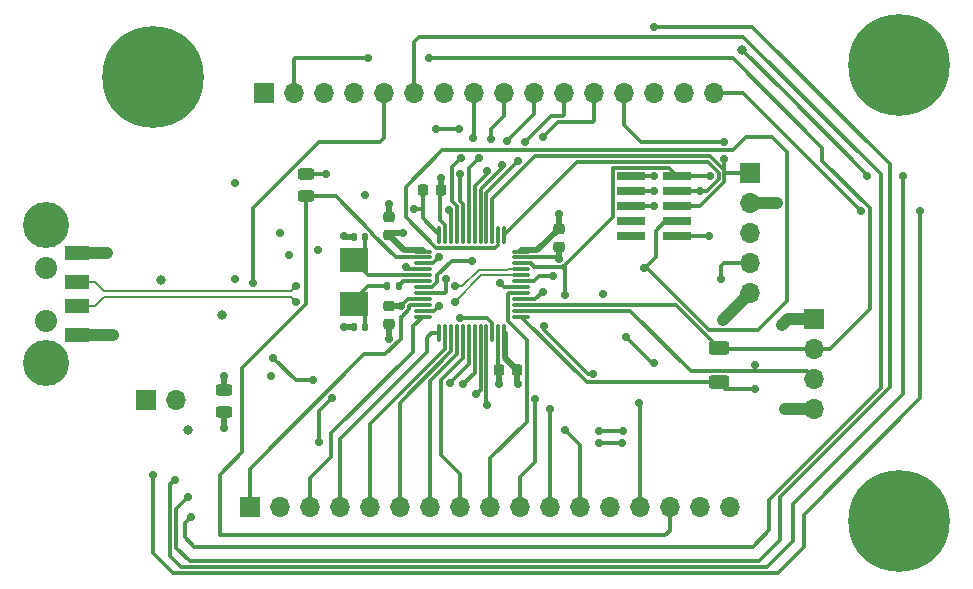
<source format=gbr>
%TF.GenerationSoftware,KiCad,Pcbnew,7.0.7-7.0.7~ubuntu22.04.1*%
%TF.CreationDate,2023-09-19T15:28:46+02:00*%
%TF.ProjectId,kicad103,6b696361-6431-4303-932e-6b696361645f,rev?*%
%TF.SameCoordinates,Original*%
%TF.FileFunction,Copper,L1,Top*%
%TF.FilePolarity,Positive*%
%FSLAX46Y46*%
G04 Gerber Fmt 4.6, Leading zero omitted, Abs format (unit mm)*
G04 Created by KiCad (PCBNEW 7.0.7-7.0.7~ubuntu22.04.1) date 2023-09-19 15:28:46*
%MOMM*%
%LPD*%
G01*
G04 APERTURE LIST*
G04 Aperture macros list*
%AMRoundRect*
0 Rectangle with rounded corners*
0 $1 Rounding radius*
0 $2 $3 $4 $5 $6 $7 $8 $9 X,Y pos of 4 corners*
0 Add a 4 corners polygon primitive as box body*
4,1,4,$2,$3,$4,$5,$6,$7,$8,$9,$2,$3,0*
0 Add four circle primitives for the rounded corners*
1,1,$1+$1,$2,$3*
1,1,$1+$1,$4,$5*
1,1,$1+$1,$6,$7*
1,1,$1+$1,$8,$9*
0 Add four rect primitives between the rounded corners*
20,1,$1+$1,$2,$3,$4,$5,0*
20,1,$1+$1,$4,$5,$6,$7,0*
20,1,$1+$1,$6,$7,$8,$9,0*
20,1,$1+$1,$8,$9,$2,$3,0*%
G04 Aperture macros list end*
%TA.AperFunction,SMDPad,CuDef*%
%ADD10RoundRect,0.225000X-0.225000X-0.250000X0.225000X-0.250000X0.225000X0.250000X-0.225000X0.250000X0*%
%TD*%
%TA.AperFunction,ComponentPad*%
%ADD11R,1.700000X1.700000*%
%TD*%
%TA.AperFunction,ComponentPad*%
%ADD12O,1.700000X1.700000*%
%TD*%
%TA.AperFunction,SMDPad,CuDef*%
%ADD13RoundRect,0.243750X-0.456250X0.243750X-0.456250X-0.243750X0.456250X-0.243750X0.456250X0.243750X0*%
%TD*%
%TA.AperFunction,SMDPad,CuDef*%
%ADD14RoundRect,0.225000X0.225000X0.250000X-0.225000X0.250000X-0.225000X-0.250000X0.225000X-0.250000X0*%
%TD*%
%TA.AperFunction,SMDPad,CuDef*%
%ADD15RoundRect,0.225000X-0.250000X0.225000X-0.250000X-0.225000X0.250000X-0.225000X0.250000X0.225000X0*%
%TD*%
%TA.AperFunction,SMDPad,CuDef*%
%ADD16R,2.400000X0.740000*%
%TD*%
%TA.AperFunction,ComponentPad*%
%ADD17C,0.900000*%
%TD*%
%TA.AperFunction,ComponentPad*%
%ADD18C,8.600000*%
%TD*%
%TA.AperFunction,SMDPad,CuDef*%
%ADD19RoundRect,0.140000X0.140000X0.170000X-0.140000X0.170000X-0.140000X-0.170000X0.140000X-0.170000X0*%
%TD*%
%TA.AperFunction,SMDPad,CuDef*%
%ADD20RoundRect,0.075000X-0.662500X-0.075000X0.662500X-0.075000X0.662500X0.075000X-0.662500X0.075000X0*%
%TD*%
%TA.AperFunction,SMDPad,CuDef*%
%ADD21RoundRect,0.075000X-0.075000X-0.662500X0.075000X-0.662500X0.075000X0.662500X-0.075000X0.662500X0*%
%TD*%
%TA.AperFunction,SMDPad,CuDef*%
%ADD22R,2.400000X2.000000*%
%TD*%
%TA.AperFunction,SMDPad,CuDef*%
%ADD23RoundRect,0.243750X0.456250X-0.243750X0.456250X0.243750X-0.456250X0.243750X-0.456250X-0.243750X0*%
%TD*%
%TA.AperFunction,SMDPad,CuDef*%
%ADD24RoundRect,0.225000X0.250000X-0.225000X0.250000X0.225000X-0.250000X0.225000X-0.250000X-0.225000X0*%
%TD*%
%TA.AperFunction,SMDPad,CuDef*%
%ADD25RoundRect,0.135000X-0.135000X-0.185000X0.135000X-0.185000X0.135000X0.185000X-0.135000X0.185000X0*%
%TD*%
%TA.AperFunction,SMDPad,CuDef*%
%ADD26RoundRect,0.250000X-0.625000X0.312500X-0.625000X-0.312500X0.625000X-0.312500X0.625000X0.312500X0*%
%TD*%
%TA.AperFunction,SMDPad,CuDef*%
%ADD27R,2.000000X1.200000*%
%TD*%
%TA.AperFunction,ComponentPad*%
%ADD28C,1.875000*%
%TD*%
%TA.AperFunction,ComponentPad*%
%ADD29C,3.894000*%
%TD*%
%TA.AperFunction,ViaPad*%
%ADD30C,0.700000*%
%TD*%
%TA.AperFunction,ViaPad*%
%ADD31C,0.800000*%
%TD*%
%TA.AperFunction,Conductor*%
%ADD32C,1.000000*%
%TD*%
%TA.AperFunction,Conductor*%
%ADD33C,0.500000*%
%TD*%
%TA.AperFunction,Conductor*%
%ADD34C,0.300000*%
%TD*%
%TA.AperFunction,Conductor*%
%ADD35C,0.200000*%
%TD*%
G04 APERTURE END LIST*
D10*
%TO.P,C6,1*%
%TO.N,+3.3V*%
X80850000Y-60200000D03*
%TO.P,C6,2*%
%TO.N,GND*%
X82400000Y-60200000D03*
%TD*%
D11*
%TO.P,J5,1,Pin_1*%
%TO.N,PB15*%
X67380000Y-52000000D03*
D12*
%TO.P,J5,2,Pin_2*%
%TO.N,PB14*%
X69920000Y-52000000D03*
%TO.P,J5,3,Pin_3*%
%TO.N,PB13*%
X72460000Y-52000000D03*
%TO.P,J5,4,Pin_4*%
%TO.N,PB12*%
X75000000Y-52000000D03*
%TO.P,J5,5,Pin_5*%
%TO.N,PB11*%
X77540000Y-52000000D03*
%TO.P,J5,6,Pin_6*%
%TO.N,PB10*%
X80080000Y-52000000D03*
%TO.P,J5,7,Pin_7*%
%TO.N,PB9*%
X82620000Y-52000000D03*
%TO.P,J5,8,Pin_8*%
%TO.N,PB8*%
X85160000Y-52000000D03*
%TO.P,J5,9,Pin_9*%
%TO.N,PB7*%
X87700000Y-52000000D03*
%TO.P,J5,10,Pin_10*%
%TO.N,PB6*%
X90240000Y-52000000D03*
%TO.P,J5,11,Pin_11*%
%TO.N,PB5*%
X92780000Y-52000000D03*
%TO.P,J5,12,Pin_12*%
%TO.N,PB4*%
X95320000Y-52000000D03*
%TO.P,J5,13,Pin_13*%
%TO.N,PB3*%
X97860000Y-52000000D03*
%TO.P,J5,14,Pin_14*%
%TO.N,PB2*%
X100400000Y-52000000D03*
%TO.P,J5,15,Pin_15*%
%TO.N,PB1*%
X102940000Y-52000000D03*
%TO.P,J5,16,Pin_16*%
%TO.N,PB0*%
X105480000Y-52000000D03*
%TD*%
D13*
%TO.P,D3,1,K*%
%TO.N,Net-(D3-K)*%
X71000000Y-58800000D03*
%TO.P,D3,2,A*%
%TO.N,PC13*%
X71000000Y-60675000D03*
%TD*%
D14*
%TO.P,C5,1*%
%TO.N,+3.3V*%
X88850000Y-75450000D03*
%TO.P,C5,2*%
%TO.N,GND*%
X87300000Y-75450000D03*
%TD*%
D11*
%TO.P,J2,1,Pin_1*%
%TO.N,Net-(D1-A)*%
X57460000Y-78000000D03*
D12*
%TO.P,J2,2,Pin_2*%
%TO.N,GND*%
X60000000Y-78000000D03*
%TD*%
D15*
%TO.P,C3,1*%
%TO.N,+3.3V*%
X92400000Y-63450000D03*
%TO.P,C3,2*%
%TO.N,GND*%
X92400000Y-65000000D03*
%TD*%
D16*
%TO.P,J3,1,Pin_1*%
%TO.N,+3.3V*%
X98500000Y-59020000D03*
%TO.P,J3,2,Pin_2*%
%TO.N,PA13*%
X102400000Y-59020000D03*
%TO.P,J3,3,Pin_3*%
%TO.N,GND*%
X98500000Y-60290000D03*
%TO.P,J3,4,Pin_4*%
%TO.N,PA14*%
X102400000Y-60290000D03*
%TO.P,J3,5,Pin_5*%
%TO.N,GND*%
X98500000Y-61560000D03*
%TO.P,J3,6,Pin_6*%
%TO.N,PB3*%
X102400000Y-61560000D03*
%TO.P,J3,7,Pin_7*%
%TO.N,unconnected-(J3-Pin_7-Pad7)*%
X98500000Y-62830000D03*
%TO.P,J3,8,Pin_8*%
%TO.N,PA15*%
X102400000Y-62830000D03*
%TO.P,J3,9,Pin_9*%
%TO.N,unconnected-(J3-Pin_9-Pad9)*%
X98500000Y-64100000D03*
%TO.P,J3,10,Pin_10*%
%TO.N,Net-(J3-Pin_10)*%
X102400000Y-64100000D03*
%TD*%
D15*
%TO.P,C4,1*%
%TO.N,+3.3V*%
X78000000Y-70000000D03*
%TO.P,C4,2*%
%TO.N,GND*%
X78000000Y-71550000D03*
%TD*%
D17*
%TO.P,H3,1,1*%
%TO.N,GND*%
X54794581Y-50600000D03*
X55739162Y-48319581D03*
X55739162Y-52880419D03*
X58019581Y-47375000D03*
D18*
X58019581Y-50600000D03*
D17*
X58019581Y-53825000D03*
X60300000Y-48319581D03*
X60300000Y-52880419D03*
X61244581Y-50600000D03*
%TD*%
D19*
%TO.P,C9,1*%
%TO.N,Net-(C9-Pad1)*%
X75960000Y-71800000D03*
%TO.P,C9,2*%
%TO.N,GND*%
X75000000Y-71800000D03*
%TD*%
D11*
%TO.P,J7,1,Pin_1*%
%TO.N,+3.3V*%
X114000000Y-71080000D03*
D12*
%TO.P,J7,2,Pin_2*%
%TO.N,PB14*%
X114000000Y-73620000D03*
%TO.P,J7,3,Pin_3*%
%TO.N,PB13*%
X114000000Y-76160000D03*
%TO.P,J7,4,Pin_4*%
%TO.N,GND*%
X114000000Y-78700000D03*
%TD*%
D20*
%TO.P,U1,1,VBAT*%
%TO.N,+3.3V*%
X80837500Y-65400000D03*
%TO.P,U1,2,PC13*%
%TO.N,PC13*%
X80837500Y-65900000D03*
%TO.P,U1,3,PC14*%
%TO.N,PC14*%
X80837500Y-66400000D03*
%TO.P,U1,4,PC15*%
%TO.N,PC15*%
X80837500Y-66900000D03*
%TO.P,U1,5,PD0*%
%TO.N,Net-(U1-PD0)*%
X80837500Y-67400000D03*
%TO.P,U1,6,PD1*%
%TO.N,Net-(U1-PD1)*%
X80837500Y-67900000D03*
%TO.P,U1,7,NRST*%
%TO.N,Net-(J3-Pin_10)*%
X80837500Y-68400000D03*
%TO.P,U1,8,VSSA*%
%TO.N,GND*%
X80837500Y-68900000D03*
%TO.P,U1,9,VDDA*%
%TO.N,+3.3V*%
X80837500Y-69400000D03*
%TO.P,U1,10,PA0*%
%TO.N,PA0*%
X80837500Y-69900000D03*
%TO.P,U1,11,PA1*%
%TO.N,PA1*%
X80837500Y-70400000D03*
%TO.P,U1,12,PA2*%
%TO.N,PA2*%
X80837500Y-70900000D03*
D21*
%TO.P,U1,13,PA3*%
%TO.N,PA3*%
X82250000Y-72312500D03*
%TO.P,U1,14,PA4*%
%TO.N,PA4*%
X82750000Y-72312500D03*
%TO.P,U1,15,PA5*%
%TO.N,PA5*%
X83250000Y-72312500D03*
%TO.P,U1,16,PA6*%
%TO.N,PA6*%
X83750000Y-72312500D03*
%TO.P,U1,17,PA7*%
%TO.N,PA7*%
X84250000Y-72312500D03*
%TO.P,U1,18,PB0*%
%TO.N,PB0*%
X84750000Y-72312500D03*
%TO.P,U1,19,PB1*%
%TO.N,PB1*%
X85250000Y-72312500D03*
%TO.P,U1,20,PB2*%
%TO.N,PB2*%
X85750000Y-72312500D03*
%TO.P,U1,21,PB10*%
%TO.N,PB10*%
X86250000Y-72312500D03*
%TO.P,U1,22,PB11*%
%TO.N,PB11*%
X86750000Y-72312500D03*
%TO.P,U1,23,VSS*%
%TO.N,GND*%
X87250000Y-72312500D03*
%TO.P,U1,24,VDD*%
%TO.N,+3.3V*%
X87750000Y-72312500D03*
D20*
%TO.P,U1,25,PB12*%
%TO.N,PB12*%
X89162500Y-70900000D03*
%TO.P,U1,26,PB13*%
%TO.N,PB13*%
X89162500Y-70400000D03*
%TO.P,U1,27,PB14*%
%TO.N,PB14*%
X89162500Y-69900000D03*
%TO.P,U1,28,PB15*%
%TO.N,PB15*%
X89162500Y-69400000D03*
%TO.P,U1,29,PA8*%
%TO.N,PA8*%
X89162500Y-68900000D03*
%TO.P,U1,30,PA9*%
%TO.N,PA9*%
X89162500Y-68400000D03*
%TO.P,U1,31,PA10*%
%TO.N,PA10*%
X89162500Y-67900000D03*
%TO.P,U1,32,PA11*%
%TO.N,/USB_D-*%
X89162500Y-67400000D03*
%TO.P,U1,33,PA12*%
%TO.N,/USB_D+*%
X89162500Y-66900000D03*
%TO.P,U1,34,PA13*%
%TO.N,PA13*%
X89162500Y-66400000D03*
%TO.P,U1,35,VSS*%
%TO.N,GND*%
X89162500Y-65900000D03*
%TO.P,U1,36,VDD*%
%TO.N,+3.3V*%
X89162500Y-65400000D03*
D21*
%TO.P,U1,37,PA14*%
%TO.N,PA14*%
X87750000Y-63987500D03*
%TO.P,U1,38,PA15*%
%TO.N,PA15*%
X87250000Y-63987500D03*
%TO.P,U1,39,PB3*%
%TO.N,PB3*%
X86750000Y-63987500D03*
%TO.P,U1,40,PB4*%
%TO.N,PB4*%
X86250000Y-63987500D03*
%TO.P,U1,41,PB5*%
%TO.N,PB5*%
X85750000Y-63987500D03*
%TO.P,U1,42,PB6*%
%TO.N,PB6*%
X85250000Y-63987500D03*
%TO.P,U1,43,PB7*%
%TO.N,PB7*%
X84750000Y-63987500D03*
%TO.P,U1,44,BOOT0*%
%TO.N,Net-(U1-BOOT0)*%
X84250000Y-63987500D03*
%TO.P,U1,45,PB8*%
%TO.N,PB8*%
X83750000Y-63987500D03*
%TO.P,U1,46,PB9*%
%TO.N,PB9*%
X83250000Y-63987500D03*
%TO.P,U1,47,VSS*%
%TO.N,GND*%
X82750000Y-63987500D03*
%TO.P,U1,48,VDD*%
%TO.N,+3.3V*%
X82250000Y-63987500D03*
%TD*%
D22*
%TO.P,Y1,1,1*%
%TO.N,Net-(C9-Pad1)*%
X75000000Y-69850000D03*
%TO.P,Y1,2,2*%
%TO.N,Net-(U1-PD0)*%
X75000000Y-66150000D03*
%TD*%
D17*
%TO.P,H2,1,1*%
%TO.N,GND*%
X117994581Y-88180419D03*
X118939162Y-85900000D03*
X118939162Y-90460838D03*
X121219581Y-84955419D03*
D18*
X121219581Y-88180419D03*
D17*
X121219581Y-91405419D03*
X123500000Y-85900000D03*
X123500000Y-90460838D03*
X124444581Y-88180419D03*
%TD*%
D11*
%TO.P,J8,1,Pin_1*%
%TO.N,PB3*%
X108600000Y-58720000D03*
D12*
%TO.P,J8,2,Pin_2*%
%TO.N,+3.3V*%
X108600000Y-61260000D03*
%TO.P,J8,3,Pin_3*%
%TO.N,PA13*%
X108600000Y-63800000D03*
%TO.P,J8,4,Pin_4*%
%TO.N,PA14*%
X108600000Y-66340000D03*
%TO.P,J8,5,Pin_5*%
%TO.N,GND*%
X108600000Y-68880000D03*
%TD*%
D23*
%TO.P,D2,1,K*%
%TO.N,Net-(D2-K)*%
X64000000Y-79000000D03*
%TO.P,D2,2,A*%
%TO.N,+3.3V*%
X64000000Y-77125000D03*
%TD*%
D19*
%TO.P,C8,1*%
%TO.N,Net-(U1-PD0)*%
X75960000Y-64150000D03*
%TO.P,C8,2*%
%TO.N,GND*%
X75000000Y-64150000D03*
%TD*%
D11*
%TO.P,J9,1,Pin_1*%
%TO.N,PA0*%
X66220000Y-87000000D03*
D12*
%TO.P,J9,2,Pin_2*%
%TO.N,PA1*%
X68760000Y-87000000D03*
%TO.P,J9,3,Pin_3*%
%TO.N,PA2*%
X71300000Y-87000000D03*
%TO.P,J9,4,Pin_4*%
%TO.N,PA3*%
X73840000Y-87000000D03*
%TO.P,J9,5,Pin_5*%
%TO.N,PA4*%
X76380000Y-87000000D03*
%TO.P,J9,6,Pin_6*%
%TO.N,PA5*%
X78920000Y-87000000D03*
%TO.P,J9,7,Pin_7*%
%TO.N,PA6*%
X81460000Y-87000000D03*
%TO.P,J9,8,Pin_8*%
%TO.N,PA7*%
X84000000Y-87000000D03*
%TO.P,J9,9,Pin_9*%
%TO.N,PA8*%
X86540000Y-87000000D03*
%TO.P,J9,10,Pin_10*%
%TO.N,PA9*%
X89080000Y-87000000D03*
%TO.P,J9,11,Pin_11*%
%TO.N,PA10*%
X91620000Y-87000000D03*
%TO.P,J9,12,Pin_12*%
%TO.N,PA13*%
X94160000Y-87000000D03*
%TO.P,J9,13,Pin_13*%
%TO.N,PA14*%
X96700000Y-87000000D03*
%TO.P,J9,14,Pin_14*%
%TO.N,PA15*%
X99240000Y-87000000D03*
%TO.P,J9,15,Pin_15*%
%TO.N,PC13*%
X101780000Y-87000000D03*
%TO.P,J9,16,Pin_16*%
%TO.N,PC14*%
X104320000Y-87000000D03*
%TO.P,J9,17,Pin_17*%
%TO.N,PC15*%
X106860000Y-87000000D03*
%TD*%
D24*
%TO.P,C7,1*%
%TO.N,+3.3V*%
X78000000Y-64000000D03*
%TO.P,C7,2*%
%TO.N,GND*%
X78000000Y-62450000D03*
%TD*%
D25*
%TO.P,R3,1*%
%TO.N,Net-(C9-Pad1)*%
X77800000Y-68300000D03*
%TO.P,R3,2*%
%TO.N,Net-(U1-PD1)*%
X78820000Y-68300000D03*
%TD*%
D26*
%TO.P,R6,1*%
%TO.N,PB14*%
X105900000Y-73537500D03*
%TO.P,R6,2*%
%TO.N,PB12*%
X105900000Y-76462500D03*
%TD*%
D27*
%TO.P,J1,1,1*%
%TO.N,Net-(D1-A)*%
X51575000Y-72500000D03*
%TO.P,J1,2,2*%
%TO.N,/USB_D-*%
X51575000Y-70000000D03*
%TO.P,J1,3,3*%
%TO.N,/USB_D+*%
X51575000Y-68000000D03*
%TO.P,J1,4,4*%
%TO.N,GND*%
X51575000Y-65500000D03*
D28*
%TO.P,J1,5,5*%
%TO.N,unconnected-(J1-Pad5)*%
X48975000Y-66750000D03*
%TO.P,J1,6,6*%
%TO.N,unconnected-(J1-Pad6)*%
X48975000Y-71250000D03*
D29*
%TO.P,J1,7,7*%
%TO.N,unconnected-(J1-Pad7)*%
X48975000Y-63150000D03*
%TO.P,J1,8,8*%
%TO.N,unconnected-(J1-Pad8)*%
X48975000Y-74850000D03*
%TD*%
D17*
%TO.P,H1,1,1*%
%TO.N,GND*%
X117975000Y-49600000D03*
X118919581Y-47319581D03*
X118919581Y-51880419D03*
X121200000Y-46375000D03*
D18*
X121200000Y-49600000D03*
D17*
X121200000Y-52825000D03*
X123480419Y-47319581D03*
X123480419Y-51880419D03*
X124425000Y-49600000D03*
%TD*%
D30*
%TO.N,+3.3V*%
X92400000Y-62200000D03*
X88900000Y-76600000D03*
X110900000Y-61300000D03*
X65000000Y-67700000D03*
X79000000Y-70000000D03*
X65000000Y-59600000D03*
X100400000Y-59000000D03*
X72000000Y-65300000D03*
X64000000Y-75900000D03*
X79200000Y-63800000D03*
X68800000Y-63800000D03*
X111300000Y-71600000D03*
X80100000Y-61800000D03*
%TO.N,/USB_D-*%
X70157513Y-69650000D03*
X83549513Y-69650000D03*
%TO.N,GND*%
X111500000Y-78700000D03*
X87300000Y-76600000D03*
X82400000Y-59200000D03*
X78000000Y-61400000D03*
X74200000Y-64100000D03*
X82800000Y-67700000D03*
X106300000Y-71200000D03*
X100400000Y-60300000D03*
X78000000Y-72800000D03*
D31*
X63900000Y-70800000D03*
D30*
X74200000Y-71800000D03*
X69500000Y-65700000D03*
X100400000Y-61500000D03*
X92400000Y-66000000D03*
X76000000Y-60600000D03*
D31*
X61000000Y-80500000D03*
X54100000Y-65500000D03*
D30*
X96100000Y-69000000D03*
D31*
X58700000Y-67800000D03*
D30*
X68000000Y-75900000D03*
%TO.N,/USB_D+*%
X70157513Y-68350000D03*
X83549513Y-68350000D03*
%TO.N,PA13*%
X92900000Y-80500000D03*
X105200000Y-59000000D03*
X92900000Y-69100000D03*
%TO.N,PA14*%
X104300000Y-60300000D03*
X106100000Y-67700000D03*
%TO.N,PB3*%
X106400000Y-56100500D03*
X106400000Y-57600000D03*
%TO.N,PA15*%
X100400000Y-74800000D03*
X99600000Y-66800000D03*
X99200000Y-78200000D03*
X98100000Y-72600000D03*
%TO.N,PC14*%
X97700000Y-81600000D03*
X95800000Y-81600000D03*
X82236654Y-65900000D03*
%TO.N,PC15*%
X79398360Y-66700000D03*
%TO.N,PB15*%
X97800000Y-80600000D03*
X95300000Y-75763000D03*
X91100000Y-71700000D03*
X95800000Y-80600000D03*
X91000000Y-68800000D03*
%TO.N,PB14*%
X76200000Y-49000000D03*
X81400000Y-49000000D03*
%TO.N,PB13*%
X82000000Y-55000000D03*
X109000000Y-75000000D03*
X83900000Y-55000000D03*
%TO.N,PB12*%
X109000000Y-77000000D03*
%TO.N,PB11*%
X84000000Y-71000000D03*
X68200000Y-74400000D03*
X72100000Y-81500000D03*
X71600000Y-76300000D03*
X66500000Y-68100000D03*
X73200000Y-77800000D03*
%TO.N,PB10*%
X61200000Y-87900000D03*
X86300000Y-78400000D03*
%TO.N,PB9*%
X83050500Y-61896691D03*
%TO.N,PB8*%
X85100000Y-55800000D03*
X84125535Y-57499500D03*
%TO.N,PB7*%
X86600000Y-55900000D03*
X85600000Y-57499500D03*
%TO.N,PB6*%
X86305378Y-58605378D03*
X88000000Y-56000000D03*
%TO.N,PB5*%
X89500000Y-56100000D03*
X87600000Y-58100000D03*
%TO.N,PB4*%
X91000000Y-55700000D03*
X88955378Y-57755378D03*
%TO.N,PB2*%
X85400000Y-77500000D03*
X100400000Y-46349500D03*
X61000000Y-86200000D03*
%TO.N,PB1*%
X59900000Y-84700000D03*
D31*
X107900000Y-48300000D03*
D30*
X84300000Y-76600000D03*
X118500000Y-59000000D03*
X121500000Y-59000000D03*
%TO.N,PB0*%
X118000000Y-62000000D03*
X123000000Y-62000000D03*
X83194622Y-76494622D03*
X58000000Y-84300000D03*
%TO.N,PA1*%
X82200000Y-70000000D03*
%TO.N,PA9*%
X87400000Y-68024500D03*
X90400000Y-77900000D03*
%TO.N,Net-(D3-K)*%
X72700000Y-58800000D03*
%TO.N,PA10*%
X91600000Y-78700000D03*
X91900000Y-67500000D03*
%TO.N,Net-(J3-Pin_10)*%
X105100000Y-64100000D03*
X85000000Y-66200000D03*
%TO.N,Net-(U1-BOOT0)*%
X84050500Y-58844396D03*
D31*
%TO.N,Net-(D1-A)*%
X54600000Y-72500000D03*
D30*
%TO.N,Net-(D2-K)*%
X64000000Y-80300000D03*
%TD*%
D32*
%TO.N,+3.3V*%
X108600000Y-61260000D02*
X110860000Y-61260000D01*
D33*
X78200000Y-63800000D02*
X79200000Y-63800000D01*
X92400000Y-63450000D02*
X92400000Y-62200000D01*
D32*
X114000000Y-71080000D02*
X111820000Y-71080000D01*
D33*
X90550000Y-65300000D02*
X89162500Y-65300000D01*
X87850000Y-74450000D02*
X87850000Y-72312500D01*
D34*
X82250000Y-63987500D02*
X82250000Y-63850000D01*
X80850000Y-60200000D02*
X80850000Y-61800000D01*
D33*
X78000000Y-64000000D02*
X79300000Y-65300000D01*
D34*
X80800000Y-60250000D02*
X80850000Y-60200000D01*
X80850000Y-61800000D02*
X80850000Y-62587500D01*
X80850000Y-62587500D02*
X82250000Y-63987500D01*
D33*
X88850000Y-76550000D02*
X88900000Y-76600000D01*
D34*
X80850000Y-61800000D02*
X80100000Y-61800000D01*
X80837500Y-69400000D02*
X79600000Y-69400000D01*
D33*
X78000000Y-64000000D02*
X78200000Y-63800000D01*
X88850000Y-75450000D02*
X87850000Y-74450000D01*
X79300000Y-65300000D02*
X80837500Y-65300000D01*
D32*
X111820000Y-71080000D02*
X111300000Y-71600000D01*
D33*
X64000000Y-77125000D02*
X64000000Y-75900000D01*
X92400000Y-63450000D02*
X90550000Y-65300000D01*
D34*
X98500000Y-59020000D02*
X100380000Y-59020000D01*
D33*
X78000000Y-70000000D02*
X79000000Y-70000000D01*
X88850000Y-75450000D02*
X88850000Y-76550000D01*
D34*
X79600000Y-69400000D02*
X79000000Y-70000000D01*
X100380000Y-59020000D02*
X100400000Y-59000000D01*
D35*
%TO.N,/USB_D-*%
X85824513Y-67375000D02*
X88031249Y-67375000D01*
X83549513Y-69650000D02*
X85824513Y-67375000D01*
X88031249Y-67375000D02*
X88056249Y-67400000D01*
X88056249Y-67400000D02*
X89162500Y-67400000D01*
X53075001Y-70000000D02*
X53850001Y-69225000D01*
X53850001Y-69225000D02*
X69732514Y-69225001D01*
X69732514Y-69225001D02*
X70157513Y-69650000D01*
X51575000Y-70000000D02*
X53075001Y-70000000D01*
D32*
%TO.N,GND*%
X108600000Y-68900000D02*
X106300000Y-71200000D01*
D33*
X75000000Y-71800000D02*
X74200000Y-71800000D01*
D34*
X82350500Y-60249500D02*
X82400000Y-60200000D01*
D32*
X114000000Y-78700000D02*
X111500000Y-78700000D01*
D34*
X98500000Y-61560000D02*
X100340000Y-61560000D01*
X82750000Y-63987500D02*
X82750000Y-63148959D01*
X100280000Y-60290000D02*
X100400000Y-60300000D01*
X87250000Y-72312500D02*
X87250000Y-75400000D01*
X82700000Y-68900000D02*
X82800000Y-68800000D01*
X82750000Y-63148959D02*
X82350500Y-62749459D01*
X100400000Y-60300000D02*
X98510000Y-60300000D01*
X82350500Y-62749459D02*
X82350500Y-60249500D01*
X100340000Y-61560000D02*
X100400000Y-61500000D01*
X92300000Y-65900000D02*
X92400000Y-66000000D01*
D33*
X92400000Y-65000000D02*
X92400000Y-66000000D01*
D34*
X100300000Y-60290000D02*
X100290000Y-60290000D01*
D32*
X51575000Y-65500000D02*
X54100000Y-65500000D01*
D33*
X78000000Y-62450000D02*
X78000000Y-61400000D01*
X74250000Y-64150000D02*
X74200000Y-64100000D01*
D32*
X108600000Y-68880000D02*
X108600000Y-68900000D01*
D34*
X80837500Y-68900000D02*
X82700000Y-68900000D01*
D33*
X87300000Y-75450000D02*
X87300000Y-76600000D01*
X78000000Y-71550000D02*
X78000000Y-72800000D01*
X75000000Y-64150000D02*
X74250000Y-64150000D01*
D34*
X89162500Y-65900000D02*
X92300000Y-65900000D01*
X100400000Y-60300000D02*
X100300000Y-60290000D01*
D33*
X82400000Y-60200000D02*
X82400000Y-59200000D01*
D34*
X82800000Y-68800000D02*
X82800000Y-67700000D01*
X98510000Y-60300000D02*
X98500000Y-60290000D01*
X87250000Y-75400000D02*
X87300000Y-75450000D01*
D35*
%TO.N,/USB_D+*%
X83549513Y-68350000D02*
X84213116Y-68350000D01*
X88031249Y-66925000D02*
X88056249Y-66900000D01*
X53075001Y-68000000D02*
X53850001Y-68775000D01*
X69732514Y-68774999D02*
X70157513Y-68350000D01*
X51575000Y-68000000D02*
X53075001Y-68000000D01*
X84213116Y-68350000D02*
X85638116Y-66925000D01*
X85638116Y-66925000D02*
X88031249Y-66925000D01*
X88056249Y-66900000D02*
X89162500Y-66900000D01*
X53850001Y-68775000D02*
X69732514Y-68774999D01*
D34*
%TO.N,PC13*%
X101780000Y-87000000D02*
X101780000Y-89020000D01*
X63700000Y-84274999D02*
X65574999Y-82400000D01*
X63700000Y-89400000D02*
X63700000Y-84274999D01*
X65574999Y-75222464D02*
X71000000Y-69797463D01*
X73487965Y-60675000D02*
X76600000Y-63787035D01*
X76600000Y-63888173D02*
X78611827Y-65900000D01*
X71000000Y-69797463D02*
X71000000Y-60675000D01*
X76600000Y-63787035D02*
X76600000Y-63888173D01*
X78611827Y-65900000D02*
X80837500Y-65900000D01*
X71000000Y-60675000D02*
X73487965Y-60675000D01*
X65574999Y-82400000D02*
X65574999Y-75222464D01*
X101400000Y-89400000D02*
X63700000Y-89400000D01*
X101780000Y-89020000D02*
X101400000Y-89400000D01*
%TO.N,PA13*%
X90301041Y-66700000D02*
X90001041Y-66400000D01*
X102400000Y-59020000D02*
X105180000Y-59020000D01*
X102400000Y-59020000D02*
X101680000Y-58300000D01*
X94160000Y-87000000D02*
X94160000Y-81760000D01*
X101680000Y-58300000D02*
X96950000Y-58300000D01*
X94160000Y-81760000D02*
X92900000Y-80500000D01*
X92689950Y-66700000D02*
X90301041Y-66700000D01*
X92894975Y-66494975D02*
X92689950Y-66700000D01*
X96950000Y-62439950D02*
X92894975Y-66494975D01*
X96950000Y-58300000D02*
X96950000Y-62439950D01*
X92900000Y-66910050D02*
X92894975Y-66905025D01*
X90001041Y-66400000D02*
X89162500Y-66400000D01*
X92900000Y-66910050D02*
X92689950Y-66700000D01*
X105180000Y-59020000D02*
X105200000Y-59000000D01*
X92900000Y-69100000D02*
X92900000Y-66910050D01*
X92894975Y-66905025D02*
X92894975Y-66494975D01*
%TO.N,Net-(U1-PD0)*%
X76250000Y-67400000D02*
X75000000Y-66150000D01*
X75960000Y-65190000D02*
X75000000Y-66150000D01*
X75960000Y-64150000D02*
X75960000Y-65190000D01*
X80837500Y-67400000D02*
X76250000Y-67400000D01*
%TO.N,Net-(C9-Pad1)*%
X76200000Y-68300000D02*
X77800000Y-68300000D01*
X75960000Y-71800000D02*
X75960000Y-70810000D01*
X75000000Y-69850000D02*
X75000000Y-69500000D01*
X75960000Y-70810000D02*
X75000000Y-69850000D01*
X75000000Y-69500000D02*
X76200000Y-68300000D01*
%TO.N,PA14*%
X93937500Y-57800000D02*
X87750000Y-63987500D01*
X104899950Y-60290000D02*
X105900000Y-59289950D01*
X105900000Y-58710050D02*
X104989950Y-57800000D01*
X102400000Y-60290000D02*
X104290000Y-60290000D01*
X104290000Y-60290000D02*
X104300000Y-60300000D01*
X108600000Y-66340000D02*
X106360000Y-66340000D01*
X105900000Y-59289950D02*
X105900000Y-58710050D01*
X106100000Y-66600000D02*
X106100000Y-67700000D01*
X104989950Y-57800000D02*
X93937500Y-57800000D01*
X106360000Y-66340000D02*
X106100000Y-66600000D01*
X102400000Y-60290000D02*
X104899950Y-60290000D01*
%TO.N,PB3*%
X104337056Y-61560000D02*
X102400000Y-61560000D01*
X97860000Y-54660000D02*
X97860000Y-52000000D01*
X106400000Y-58700000D02*
X106400000Y-57600000D01*
X106400000Y-58700000D02*
X106400000Y-59497056D01*
X105197056Y-57300000D02*
X106400000Y-58502944D01*
X106400000Y-56100500D02*
X99300500Y-56100500D01*
X99300500Y-56100500D02*
X97860000Y-54660000D01*
X108600000Y-58720000D02*
X106420000Y-58720000D01*
X90400000Y-57300000D02*
X105197056Y-57300000D01*
X106400000Y-58502944D02*
X106400000Y-58700000D01*
X86750000Y-60950000D02*
X90400000Y-57300000D01*
X106420000Y-58720000D02*
X106400000Y-58700000D01*
X86750000Y-63987500D02*
X86750000Y-60950000D01*
X106400000Y-59497056D02*
X104337056Y-61560000D01*
%TO.N,PA15*%
X102400000Y-62830000D02*
X101400000Y-62830000D01*
X99240000Y-78240000D02*
X99200000Y-78200000D01*
X107100000Y-56800000D02*
X82500000Y-56800000D01*
X105134803Y-72065197D02*
X109234803Y-72065197D01*
X99700000Y-66800000D02*
X99600000Y-66800000D01*
X108200000Y-55700000D02*
X107100000Y-56800000D01*
X101400000Y-62830000D02*
X100600000Y-63630000D01*
X100300000Y-74800000D02*
X100400000Y-74800000D01*
X98100000Y-72600000D02*
X100300000Y-74800000D01*
X109234803Y-72065197D02*
X111710000Y-69590000D01*
X111710000Y-69590000D02*
X111710000Y-57010000D01*
X111710000Y-57010000D02*
X110400000Y-55700000D01*
X79400000Y-62476041D02*
X81998959Y-65075000D01*
X87001041Y-65075000D02*
X87250000Y-64826041D01*
X110400000Y-55700000D02*
X108200000Y-55700000D01*
X99600000Y-66800000D02*
X99869606Y-66800000D01*
X81998959Y-65075000D02*
X87001041Y-65075000D01*
X100600000Y-63630000D02*
X100600000Y-65900000D01*
X99869606Y-66800000D02*
X105134803Y-72065197D01*
X79400000Y-59900000D02*
X79400000Y-62476041D01*
X100600000Y-65900000D02*
X99700000Y-66800000D01*
X82500000Y-56800000D02*
X79400000Y-59900000D01*
X99240000Y-87000000D02*
X99240000Y-78240000D01*
%TO.N,PC14*%
X82236654Y-65839387D02*
X82236654Y-65774103D01*
X81736654Y-66400000D02*
X82236654Y-65900000D01*
X80837500Y-66400000D02*
X81736654Y-66400000D01*
X95800000Y-81600000D02*
X97700000Y-81600000D01*
%TO.N,PC15*%
X80837500Y-66900000D02*
X79598360Y-66900000D01*
X79598360Y-66900000D02*
X79398360Y-66700000D01*
%TO.N,PB15*%
X91100000Y-71700000D02*
X91100000Y-72000000D01*
X94863000Y-75763000D02*
X95300000Y-75763000D01*
X89162500Y-69400000D02*
X90400000Y-69400000D01*
X90400000Y-69400000D02*
X91000000Y-68800000D01*
X91100000Y-72000000D02*
X94863000Y-75763000D01*
X95800000Y-80600000D02*
X97800000Y-80600000D01*
%TO.N,PB14*%
X118700000Y-70300000D02*
X118700000Y-61700000D01*
X102262500Y-69900000D02*
X105900000Y-73537500D01*
X114000000Y-73620000D02*
X105982500Y-73620000D01*
X70000000Y-49000000D02*
X76200000Y-49000000D01*
X69920000Y-49080000D02*
X69920000Y-52000000D01*
X70000000Y-49000000D02*
X69920000Y-49080000D01*
X114700000Y-56600000D02*
X107100000Y-49000000D01*
X105982500Y-73620000D02*
X105900000Y-73537500D01*
X115380000Y-73620000D02*
X118700000Y-70300000D01*
X107100000Y-49000000D02*
X81400000Y-49000000D01*
X114000000Y-73620000D02*
X115380000Y-73620000D01*
X118700000Y-61700000D02*
X114700000Y-57700000D01*
X114700000Y-57700000D02*
X114700000Y-56600000D01*
D33*
X106002500Y-73640000D02*
X105900000Y-73537500D01*
D34*
X89162500Y-69900000D02*
X102262500Y-69900000D01*
%TO.N,PB13*%
X109000000Y-75550000D02*
X103550000Y-75550000D01*
X113390000Y-75550000D02*
X109000000Y-75550000D01*
X109000000Y-75550000D02*
X109000000Y-75000000D01*
X82000000Y-55000000D02*
X83900000Y-55000000D01*
X98400000Y-70400000D02*
X103550000Y-75550000D01*
X114000000Y-76160000D02*
X113390000Y-75550000D01*
X89162500Y-70400000D02*
X98400000Y-70400000D01*
%TO.N,PB12*%
X106437500Y-77000000D02*
X109000000Y-77000000D01*
X89162500Y-70900000D02*
X94725000Y-76462500D01*
X94725000Y-76462500D02*
X105900000Y-76462500D01*
X105900000Y-76462500D02*
X106437500Y-77000000D01*
%TO.N,PB11*%
X66500000Y-61700000D02*
X72100000Y-56100000D01*
X77200000Y-56100000D02*
X72100000Y-56100000D01*
X66500000Y-68100000D02*
X66500000Y-61700000D01*
X71600000Y-76300000D02*
X70100000Y-76300000D01*
X77540000Y-55760000D02*
X77200000Y-56100000D01*
X77540000Y-52000000D02*
X77540000Y-55760000D01*
X86276041Y-71000000D02*
X84000000Y-71000000D01*
X70100000Y-76300000D02*
X68200000Y-74400000D01*
X86750000Y-71473959D02*
X86276041Y-71000000D01*
X72100000Y-81500000D02*
X72100000Y-78900000D01*
X86750000Y-72312500D02*
X86750000Y-71473959D01*
X72100000Y-78900000D02*
X73200000Y-77800000D01*
%TO.N,PB10*%
X80500000Y-47200000D02*
X80080000Y-47620000D01*
X108000000Y-47200000D02*
X80500000Y-47200000D01*
X110200000Y-89000000D02*
X110200000Y-86392894D01*
X110200000Y-86392894D02*
X119650000Y-76942894D01*
X119650000Y-76942894D02*
X119650000Y-58850000D01*
X61500000Y-90400000D02*
X108800000Y-90400000D01*
X108800000Y-90400000D02*
X110200000Y-89000000D01*
X80080000Y-47620000D02*
X80080000Y-52000000D01*
X60700000Y-88400000D02*
X60700000Y-89600000D01*
X119650000Y-58850000D02*
X108000000Y-47200000D01*
X61200000Y-87900000D02*
X60700000Y-88400000D01*
X86250000Y-78350000D02*
X86250000Y-72312500D01*
X60700000Y-89600000D02*
X61500000Y-90400000D01*
X86300000Y-78400000D02*
X86250000Y-78350000D01*
%TO.N,PB9*%
X83250000Y-63987500D02*
X83250000Y-62096191D01*
X83250000Y-62096191D02*
X83050500Y-61896691D01*
%TO.N,PB8*%
X83750000Y-61557107D02*
X83350500Y-61157607D01*
X83350500Y-58274535D02*
X84125535Y-57499500D01*
X85100000Y-55800000D02*
X85160000Y-55740000D01*
X85160000Y-55740000D02*
X85160000Y-52000000D01*
X83750000Y-63987500D02*
X83750000Y-61557107D01*
X83350500Y-61157607D02*
X83350500Y-58274535D01*
%TO.N,PB7*%
X84750000Y-63987500D02*
X84750000Y-58349500D01*
X86600000Y-55000000D02*
X87700000Y-53900000D01*
X84750000Y-58349500D02*
X85600000Y-57499500D01*
X86600000Y-55900000D02*
X86600000Y-55000000D01*
X87700000Y-53900000D02*
X87700000Y-52000000D01*
%TO.N,PB6*%
X90240000Y-53760000D02*
X90240000Y-52000000D01*
X86305378Y-58794622D02*
X86305378Y-58605378D01*
X85250000Y-59850000D02*
X85600000Y-59500000D01*
X88000000Y-56000000D02*
X90240000Y-53760000D01*
X85250000Y-63987500D02*
X85250000Y-59850000D01*
X85600000Y-59500000D02*
X86305378Y-58794622D01*
%TO.N,PB5*%
X85750000Y-63987500D02*
X85750000Y-60150000D01*
X92700000Y-53900000D02*
X92780000Y-53820000D01*
X87600000Y-58300000D02*
X87600000Y-58100000D01*
X89500000Y-56100000D02*
X91700000Y-53900000D01*
X92780000Y-53820000D02*
X92780000Y-52000000D01*
X85900000Y-60000000D02*
X87600000Y-58300000D01*
X91700000Y-53900000D02*
X92700000Y-53900000D01*
X85750000Y-60150000D02*
X85900000Y-60000000D01*
%TO.N,PB4*%
X91000000Y-55700000D02*
X92300000Y-54400000D01*
X95320000Y-54380000D02*
X95320000Y-52000000D01*
X95300000Y-54400000D02*
X95320000Y-54380000D01*
X92300000Y-54400000D02*
X95300000Y-54400000D01*
X86250000Y-60460756D02*
X88955378Y-57755378D01*
X86250000Y-63987500D02*
X86250000Y-60460756D01*
%TO.N,PB2*%
X120400000Y-58000000D02*
X108749500Y-46349500D01*
X60000000Y-87200000D02*
X60000000Y-90500000D01*
X111100000Y-86200000D02*
X120400000Y-76900000D01*
X111100000Y-89830419D02*
X111100000Y-86200000D01*
X60000000Y-90500000D02*
X61130419Y-91630419D01*
X120400000Y-76900000D02*
X120400000Y-58000000D01*
X85400000Y-77500000D02*
X85750000Y-77150000D01*
X61000000Y-86200000D02*
X60000000Y-87200000D01*
X85750000Y-72312500D02*
X85750000Y-77150000D01*
X109300000Y-91630419D02*
X111100000Y-89830419D01*
X108749500Y-46349500D02*
X100400000Y-46349500D01*
X61130419Y-91630419D02*
X109300000Y-91630419D01*
%TO.N,PB1*%
X112200000Y-86800000D02*
X121500000Y-77500000D01*
X107900000Y-48300000D02*
X111500000Y-51900000D01*
X59500000Y-91200000D02*
X60430419Y-92130419D01*
X59500000Y-85100000D02*
X59500000Y-91200000D01*
X118500000Y-58900000D02*
X118500000Y-59000000D01*
X60430419Y-92130419D02*
X109969581Y-92130419D01*
X85250000Y-75650000D02*
X85250000Y-72312500D01*
X121500000Y-77500000D02*
X121500000Y-59000000D01*
X84300000Y-76600000D02*
X85250000Y-75650000D01*
X112200000Y-89900000D02*
X112200000Y-86800000D01*
X59900000Y-84700000D02*
X59500000Y-85100000D01*
X109969581Y-92130419D02*
X112200000Y-89900000D01*
X111500000Y-51900000D02*
X118500000Y-58900000D01*
%TO.N,PB0*%
X123000000Y-77800000D02*
X123000000Y-62000000D01*
X58000000Y-84300000D02*
X58000000Y-90900000D01*
X105480000Y-52000000D02*
X108000000Y-52000000D01*
X84750000Y-74939244D02*
X83194622Y-76494622D01*
X113100000Y-90430419D02*
X113100000Y-87700000D01*
X110900000Y-92630419D02*
X113100000Y-90430419D01*
X58000000Y-90900000D02*
X59730419Y-92630419D01*
X113100000Y-87700000D02*
X123000000Y-77800000D01*
X108000000Y-52000000D02*
X118000000Y-62000000D01*
X84750000Y-72312500D02*
X84750000Y-74939244D01*
X59730419Y-92630419D02*
X110900000Y-92630419D01*
%TO.N,PA0*%
X77689950Y-74100000D02*
X79000000Y-72789950D01*
X66220000Y-87000000D02*
X66220000Y-83790050D01*
X79089950Y-70900000D02*
X79700000Y-70289950D01*
X79700000Y-70289950D02*
X79700000Y-70007106D01*
X79000000Y-70900000D02*
X79089950Y-70900000D01*
X66220000Y-83790050D02*
X75910050Y-74100000D01*
X79700000Y-70007106D02*
X79807106Y-69900000D01*
X79807106Y-69900000D02*
X80837500Y-69900000D01*
X75910050Y-74100000D02*
X77689950Y-74100000D01*
X79000000Y-72789950D02*
X79000000Y-70900000D01*
%TO.N,PA1*%
X81800000Y-70400000D02*
X82200000Y-70000000D01*
X80837500Y-70400000D02*
X81800000Y-70400000D01*
%TO.N,PA2*%
X73100000Y-80800000D02*
X80000000Y-73900000D01*
X80000000Y-71737500D02*
X80000000Y-73900000D01*
X71300000Y-87000000D02*
X71300000Y-84600000D01*
X71300000Y-84600000D02*
X73100000Y-82800000D01*
X73100000Y-82800000D02*
X73100000Y-80800000D01*
X80837500Y-70900000D02*
X80000000Y-71737500D01*
%TO.N,PA3*%
X81200000Y-73900000D02*
X73840000Y-81260000D01*
X82250000Y-72312500D02*
X81587500Y-72312500D01*
X81587500Y-72312500D02*
X81200000Y-72700000D01*
X81200000Y-72700000D02*
X81200000Y-73900000D01*
X73840000Y-81260000D02*
X73840000Y-87000000D01*
%TO.N,PA4*%
X76380000Y-80012894D02*
X82750000Y-73642894D01*
X76380000Y-87000000D02*
X76380000Y-80012894D01*
X82750000Y-73642894D02*
X82750000Y-72312500D01*
%TO.N,PA5*%
X83250000Y-72312500D02*
X83250000Y-73850000D01*
X83250000Y-73850000D02*
X78920000Y-78180000D01*
X78920000Y-78180000D02*
X78920000Y-87000000D01*
%TO.N,PA6*%
X81460000Y-76347106D02*
X81460000Y-87000000D01*
X83750000Y-72312500D02*
X83750000Y-74057106D01*
X83750000Y-74057106D02*
X81460000Y-76347106D01*
%TO.N,PA7*%
X84000000Y-84200000D02*
X82400000Y-82600000D01*
X82400000Y-76300000D02*
X82400000Y-82600000D01*
X84250000Y-74450000D02*
X82400000Y-76300000D01*
X84250000Y-72312500D02*
X84250000Y-74450000D01*
X84000000Y-87000000D02*
X84000000Y-84200000D01*
X84250000Y-86750000D02*
X84000000Y-87000000D01*
%TO.N,PA8*%
X86540000Y-82910000D02*
X89650000Y-79800000D01*
X89650000Y-72850000D02*
X88075000Y-71275000D01*
X88075000Y-69025000D02*
X88200000Y-68900000D01*
X86540000Y-87000000D02*
X86540000Y-82910000D01*
X88075000Y-71275000D02*
X88075000Y-69025000D01*
X89650000Y-79800000D02*
X89650000Y-72850000D01*
X88200000Y-68900000D02*
X89162500Y-68900000D01*
%TO.N,PA9*%
X87775500Y-68400000D02*
X87400000Y-68024500D01*
X89162500Y-68400000D02*
X87775500Y-68400000D01*
X90400000Y-83200000D02*
X90400000Y-77900000D01*
X89080000Y-84520000D02*
X90400000Y-83200000D01*
X89080000Y-87000000D02*
X89080000Y-84520000D01*
%TO.N,Net-(D3-K)*%
X71000000Y-58800000D02*
X72700000Y-58800000D01*
%TO.N,PA10*%
X89162500Y-67900000D02*
X90310050Y-67900000D01*
X90710050Y-67500000D02*
X91900000Y-67500000D01*
X91620000Y-87000000D02*
X91620000Y-78720000D01*
X91620000Y-78720000D02*
X91600000Y-78700000D01*
X90310050Y-67900000D02*
X90710050Y-67500000D01*
%TO.N,Net-(U1-PD1)*%
X79220000Y-67900000D02*
X78820000Y-68300000D01*
X80837500Y-67900000D02*
X79220000Y-67900000D01*
%TO.N,Net-(J3-Pin_10)*%
X80837500Y-68400000D02*
X81676041Y-68400000D01*
X82100000Y-67976041D02*
X82100000Y-67410050D01*
X102400000Y-64100000D02*
X105100000Y-64100000D01*
X82100000Y-67410050D02*
X83310050Y-66200000D01*
X83310050Y-66200000D02*
X85000000Y-66200000D01*
X81676041Y-68400000D02*
X82100000Y-67976041D01*
%TO.N,Net-(U1-BOOT0)*%
X84250000Y-61350000D02*
X84250000Y-63987500D01*
X84050500Y-58844396D02*
X84050500Y-61150500D01*
X84050500Y-61150500D02*
X84250000Y-61350000D01*
D32*
%TO.N,Net-(D1-A)*%
X51575000Y-72500000D02*
X54600000Y-72500000D01*
D33*
%TO.N,Net-(D2-K)*%
X64000000Y-79000000D02*
X64000000Y-80300000D01*
%TD*%
M02*

</source>
